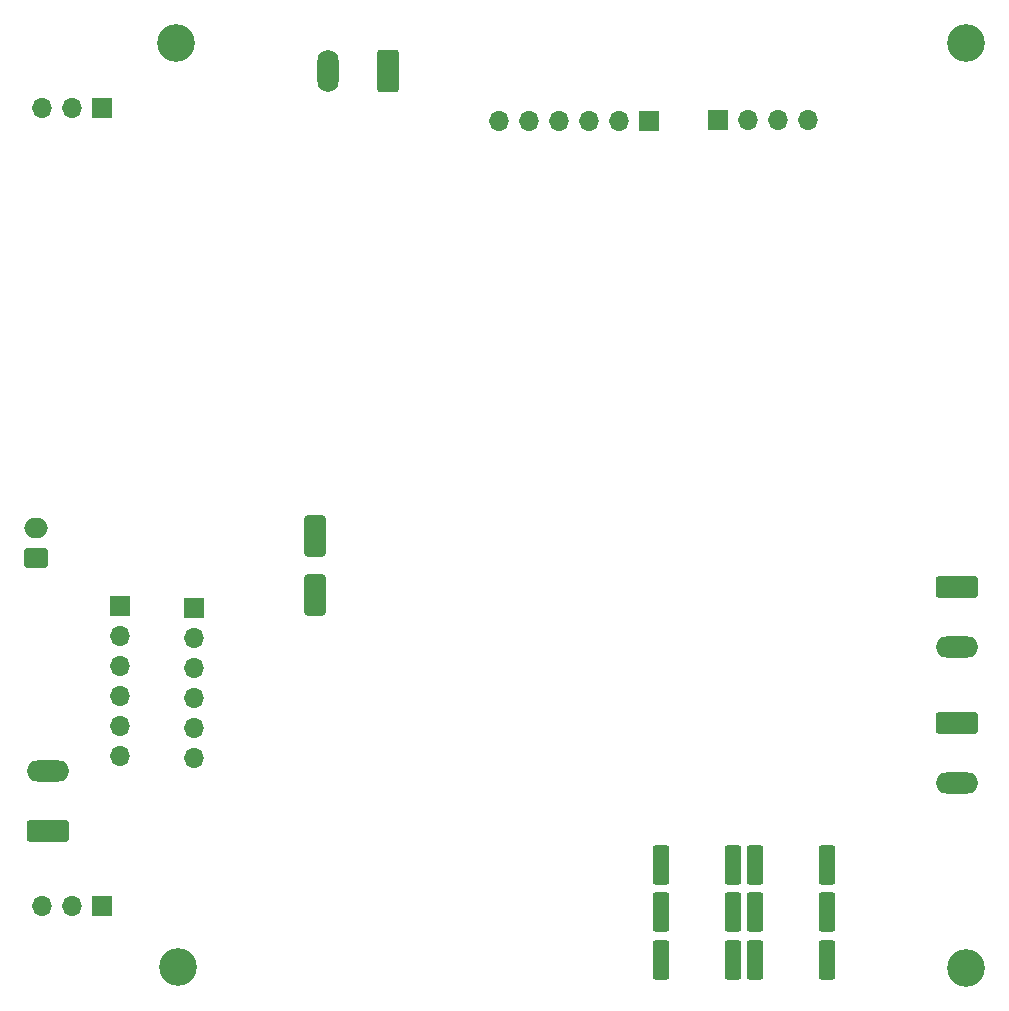
<source format=gbr>
%TF.GenerationSoftware,KiCad,Pcbnew,7.0.9*%
%TF.CreationDate,2024-06-22T09:01:39+05:30*%
%TF.ProjectId,BMS_LV_ADDON,424d535f-4c56-45f4-9144-444f4e2e6b69,rev?*%
%TF.SameCoordinates,Original*%
%TF.FileFunction,Soldermask,Bot*%
%TF.FilePolarity,Negative*%
%FSLAX46Y46*%
G04 Gerber Fmt 4.6, Leading zero omitted, Abs format (unit mm)*
G04 Created by KiCad (PCBNEW 7.0.9) date 2024-06-22 09:01:39*
%MOMM*%
%LPD*%
G01*
G04 APERTURE LIST*
G04 Aperture macros list*
%AMRoundRect*
0 Rectangle with rounded corners*
0 $1 Rounding radius*
0 $2 $3 $4 $5 $6 $7 $8 $9 X,Y pos of 4 corners*
0 Add a 4 corners polygon primitive as box body*
4,1,4,$2,$3,$4,$5,$6,$7,$8,$9,$2,$3,0*
0 Add four circle primitives for the rounded corners*
1,1,$1+$1,$2,$3*
1,1,$1+$1,$4,$5*
1,1,$1+$1,$6,$7*
1,1,$1+$1,$8,$9*
0 Add four rect primitives between the rounded corners*
20,1,$1+$1,$2,$3,$4,$5,0*
20,1,$1+$1,$4,$5,$6,$7,0*
20,1,$1+$1,$6,$7,$8,$9,0*
20,1,$1+$1,$8,$9,$2,$3,0*%
G04 Aperture macros list end*
%ADD10R,1.700000X1.700000*%
%ADD11O,1.700000X1.700000*%
%ADD12RoundRect,0.250000X-0.650000X1.500000X-0.650000X-1.500000X0.650000X-1.500000X0.650000X1.500000X0*%
%ADD13RoundRect,0.250000X0.750000X-0.600000X0.750000X0.600000X-0.750000X0.600000X-0.750000X-0.600000X0*%
%ADD14O,2.000000X1.700000*%
%ADD15RoundRect,0.250000X1.550000X-0.650000X1.550000X0.650000X-1.550000X0.650000X-1.550000X-0.650000X0*%
%ADD16O,3.600000X1.800000*%
%ADD17RoundRect,0.250000X0.650000X1.550000X-0.650000X1.550000X-0.650000X-1.550000X0.650000X-1.550000X0*%
%ADD18O,1.800000X3.600000*%
%ADD19RoundRect,0.250000X-1.550000X0.650000X-1.550000X-0.650000X1.550000X-0.650000X1.550000X0.650000X0*%
%ADD20RoundRect,0.249999X0.450001X1.425001X-0.450001X1.425001X-0.450001X-1.425001X0.450001X-1.425001X0*%
%ADD21C,3.200000*%
G04 APERTURE END LIST*
D10*
%TO.C,J11*%
X54925000Y-10000000D03*
D11*
X52385000Y-10000000D03*
X49845000Y-10000000D03*
X47305000Y-10000000D03*
X44765000Y-10000000D03*
X42225000Y-10000000D03*
%TD*%
D10*
%TO.C,J10*%
X60720000Y-9900000D03*
D11*
X63260000Y-9900000D03*
X65800000Y-9900000D03*
X68340000Y-9900000D03*
%TD*%
D12*
%TO.C,D4*%
X26600000Y-45100000D03*
X26600000Y-50100000D03*
%TD*%
D13*
%TO.C,J7*%
X3000000Y-47000000D03*
D14*
X3000000Y-44500000D03*
%TD*%
D15*
%TO.C,J9*%
X4000000Y-70080000D03*
D16*
X4000000Y-65000000D03*
%TD*%
D17*
%TO.C,J8*%
X32822000Y-5740000D03*
D18*
X27742000Y-5740000D03*
%TD*%
D19*
%TO.C,J6*%
X81000000Y-49477500D03*
D16*
X81000000Y-54557500D03*
%TD*%
D19*
%TO.C,J5*%
X81000000Y-61000000D03*
D16*
X81000000Y-66080000D03*
%TD*%
D10*
%TO.C,J3*%
X8600000Y-76450000D03*
D11*
X6060000Y-76450000D03*
X3520000Y-76450000D03*
%TD*%
D20*
%TO.C,R6*%
X70000000Y-77000000D03*
X63900000Y-77000000D03*
%TD*%
%TO.C,R5*%
X70000000Y-73000000D03*
X63900000Y-73000000D03*
%TD*%
D10*
%TO.C,J4*%
X8615000Y-8938000D03*
D11*
X6075000Y-8938000D03*
X3535000Y-8938000D03*
%TD*%
D10*
%TO.C,J1*%
X10150000Y-51100000D03*
D11*
X10150000Y-53640000D03*
X10150000Y-56180000D03*
X10150000Y-58720000D03*
X10150000Y-61260000D03*
X10150000Y-63800000D03*
%TD*%
D20*
%TO.C,R10*%
X62000000Y-81000000D03*
X55900000Y-81000000D03*
%TD*%
D21*
%TO.C,H1*%
X14863000Y-3400000D03*
%TD*%
%TO.C,H3*%
X15060000Y-81660000D03*
%TD*%
D20*
%TO.C,R9*%
X62000000Y-77000000D03*
X55900000Y-77000000D03*
%TD*%
%TO.C,R8*%
X62000000Y-73000000D03*
X55900000Y-73000000D03*
%TD*%
%TO.C,R7*%
X70000000Y-81000000D03*
X63900000Y-81000000D03*
%TD*%
D10*
%TO.C,J2*%
X16400000Y-51230000D03*
D11*
X16400000Y-53770000D03*
X16400000Y-56310000D03*
X16400000Y-58850000D03*
X16400000Y-61390000D03*
X16400000Y-63930000D03*
%TD*%
D21*
%TO.C,H4*%
X81750000Y-81720000D03*
%TD*%
%TO.C,H2*%
X81720000Y-3400000D03*
%TD*%
M02*

</source>
